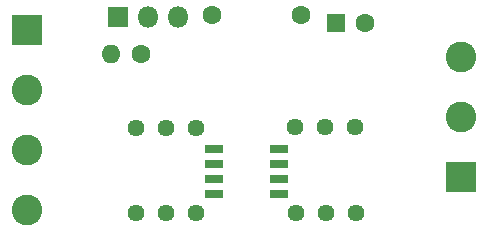
<source format=gbr>
%TF.GenerationSoftware,KiCad,Pcbnew,(6.0.0)*%
%TF.CreationDate,2022-02-19T20:02:03-08:00*%
%TF.ProjectId,P82B715-I2C-Bus-Extender-Carrier,50383242-3731-4352-9d49-32432d427573,rev?*%
%TF.SameCoordinates,Original*%
%TF.FileFunction,Soldermask,Bot*%
%TF.FilePolarity,Negative*%
%FSLAX46Y46*%
G04 Gerber Fmt 4.6, Leading zero omitted, Abs format (unit mm)*
G04 Created by KiCad (PCBNEW (6.0.0)) date 2022-02-19 20:02:03*
%MOMM*%
%LPD*%
G01*
G04 APERTURE LIST*
%ADD10C,1.600000*%
%ADD11O,1.600000X1.600000*%
%ADD12R,2.600000X2.600000*%
%ADD13C,2.600000*%
%ADD14R,1.600000X1.600000*%
%ADD15R,1.800000X1.800000*%
%ADD16O,1.800000X1.800000*%
%ADD17C,1.440000*%
%ADD18R,1.550000X0.700000*%
G04 APERTURE END LIST*
D10*
%TO.C,R1*%
X121959428Y-83348321D03*
D11*
X119419428Y-83348321D03*
%TD*%
D12*
%TO.C,J1*%
X149069653Y-93820410D03*
D13*
X149069653Y-88740410D03*
X149069653Y-83660410D03*
%TD*%
D14*
%TO.C,C2*%
X138443938Y-80737758D03*
D10*
X140943938Y-80737758D03*
%TD*%
D15*
%TO.C,Q1*%
X120034884Y-80268431D03*
D16*
X122574884Y-80268431D03*
X125114884Y-80268431D03*
%TD*%
D12*
%TO.C,J2*%
X112317771Y-81349945D03*
D13*
X112317771Y-86429945D03*
X112317771Y-91509945D03*
X112317771Y-96589945D03*
%TD*%
D17*
%TO.C,RV3*%
X140188756Y-96818596D03*
X137648756Y-96818596D03*
X135108756Y-96818596D03*
%TD*%
%TO.C,RV2*%
X126591727Y-89608435D03*
X124051727Y-89608435D03*
X121511727Y-89608435D03*
%TD*%
D10*
%TO.C,C1*%
X128018666Y-80081059D03*
X135518666Y-80081059D03*
%TD*%
D17*
%TO.C,RV1*%
X126601072Y-96850329D03*
X124061072Y-96850329D03*
X121521072Y-96850329D03*
%TD*%
%TO.C,RV4*%
X140121931Y-89539156D03*
X137581931Y-89539156D03*
X135041931Y-89539156D03*
%TD*%
D18*
%TO.C,IC1*%
X133644127Y-91388211D03*
X133644127Y-92658211D03*
X133644127Y-93928211D03*
X133644127Y-95198211D03*
X128194127Y-95198211D03*
X128194127Y-93928211D03*
X128194127Y-92658211D03*
X128194127Y-91388211D03*
%TD*%
M02*

</source>
